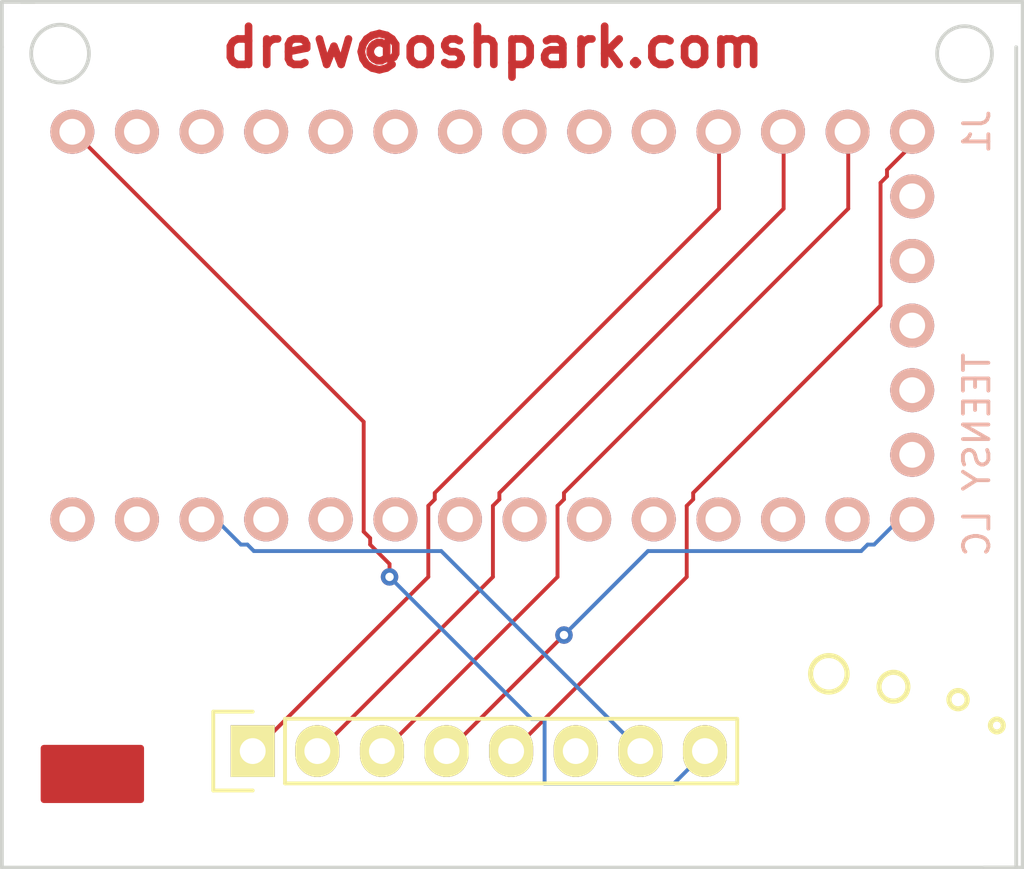
<source format=kicad_pcb>
(kicad_pcb (version 4) (host pcbnew 4.0.2-1.fc23-product)

  (general
    (links 7)
    (no_connects 0)
    (area 41.402 47.244 96.266 158.496)
    (thickness 1.6)
    (drawings 21)
    (tracks 68)
    (zones 0)
    (modules 2)
    (nets 35)
  )

  (page A4)
  (layers
    (0 F.Cu signal)
    (31 B.Cu signal)
    (32 B.Adhes user)
    (33 F.Adhes user)
    (34 B.Paste user)
    (35 F.Paste user)
    (36 B.SilkS user hide)
    (37 F.SilkS user)
    (38 B.Mask user)
    (39 F.Mask user)
    (40 Dwgs.User user)
    (41 Cmts.User user)
    (42 Eco1.User user)
    (43 Eco2.User user)
    (44 Edge.Cuts user)
    (45 Margin user)
    (46 B.CrtYd user)
    (47 F.CrtYd user)
    (48 B.Fab user)
    (49 F.Fab user)
  )

  (setup
    (last_trace_width 0.1524)
    (trace_clearance 0.1524)
    (zone_clearance 0.508)
    (zone_45_only no)
    (trace_min 0.1524)
    (segment_width 0.2)
    (edge_width 0.15)
    (via_size 0.6858)
    (via_drill 0.3302)
    (via_min_size 0.6858)
    (via_min_drill 0.3302)
    (uvia_size 0.3)
    (uvia_drill 0.1)
    (uvias_allowed no)
    (uvia_min_size 0)
    (uvia_min_drill 0)
    (pcb_text_width 0.3)
    (pcb_text_size 1.5 1.5)
    (mod_edge_width 0.15)
    (mod_text_size 1 1)
    (mod_text_width 0.15)
    (pad_size 1.524 1.524)
    (pad_drill 0.762)
    (pad_to_mask_clearance 0.2)
    (aux_axis_origin 0 0)
    (visible_elements FFFFF77F)
    (pcbplotparams
      (layerselection 0x00030_80000001)
      (usegerberextensions false)
      (excludeedgelayer true)
      (linewidth 0.100000)
      (plotframeref false)
      (viasonmask false)
      (mode 1)
      (useauxorigin false)
      (hpglpennumber 1)
      (hpglpenspeed 20)
      (hpglpendiameter 15)
      (hpglpenoverlay 2)
      (psnegative false)
      (psa4output false)
      (plotreference true)
      (plotvalue true)
      (plotinvisibletext false)
      (padsonsilk false)
      (subtractmaskfromsilk false)
      (outputformat 1)
      (mirror false)
      (drillshape 1)
      (scaleselection 1)
      (outputdirectory ""))
  )

  (net 0 "")
  (net 1 "Net-(J1-Pad0)")
  (net 2 "Net-(J1-Pad1)")
  (net 3 "Net-(J1-Pad2)")
  (net 4 "Net-(J1-Pad3)")
  (net 5 "Net-(J1-Pad4)")
  (net 6 "Net-(J1-Pad5)")
  (net 7 "Net-(J1-Pad6)")
  (net 8 "Net-(J1-Pad7)")
  (net 9 "Net-(J1-Pad8)")
  (net 10 "Net-(J1-Pad17A)")
  (net 11 "Net-(J1-Pad3V1)")
  (net 12 "Net-(J1-PadG2)")
  (net 13 "Net-(J1-PadPGM)")
  (net 14 "Net-(J1-PadDAC)")
  (net 15 "Net-(J1-Pad16)")
  (net 16 "Net-(J1-Pad18)")
  (net 17 "Net-(J1-Pad17)")
  (net 18 "Net-(J1-PadG3)")
  (net 19 "Net-(J1-Pad22)")
  (net 20 "Net-(J1-PadVIN)")
  (net 21 "Net-(J1-Pad21)")
  (net 22 "Net-(J1-Pad20)")
  (net 23 "Net-(J1-Pad19)")
  (net 24 "Net-(J1-Pad23)")
  (net 25 "Net-(J1-Pad14)")
  (net 26 "Net-(J1-Pad15)")
  (net 27 /OLED_GND)
  (net 28 /MOSI)
  (net 29 /CLK)
  (net 30 /DC)
  (net 31 /CS)
  (net 32 /OLED_VIN)
  (net 33 /RST)
  (net 34 "Net-(J2-Pad6)")

  (net_class Default "This is the default net class."
    (clearance 0.1524)
    (trace_width 0.1524)
    (via_dia 0.6858)
    (via_drill 0.3302)
    (uvia_dia 0.3)
    (uvia_drill 0.1)
    (add_net /CLK)
    (add_net /CS)
    (add_net /DC)
    (add_net /MOSI)
    (add_net /OLED_GND)
    (add_net /OLED_VIN)
    (add_net /RST)
    (add_net "Net-(J1-Pad0)")
    (add_net "Net-(J1-Pad1)")
    (add_net "Net-(J1-Pad14)")
    (add_net "Net-(J1-Pad15)")
    (add_net "Net-(J1-Pad16)")
    (add_net "Net-(J1-Pad17)")
    (add_net "Net-(J1-Pad17A)")
    (add_net "Net-(J1-Pad18)")
    (add_net "Net-(J1-Pad19)")
    (add_net "Net-(J1-Pad2)")
    (add_net "Net-(J1-Pad20)")
    (add_net "Net-(J1-Pad21)")
    (add_net "Net-(J1-Pad22)")
    (add_net "Net-(J1-Pad23)")
    (add_net "Net-(J1-Pad3)")
    (add_net "Net-(J1-Pad3V1)")
    (add_net "Net-(J1-Pad4)")
    (add_net "Net-(J1-Pad5)")
    (add_net "Net-(J1-Pad6)")
    (add_net "Net-(J1-Pad7)")
    (add_net "Net-(J1-Pad8)")
    (add_net "Net-(J1-PadDAC)")
    (add_net "Net-(J1-PadG2)")
    (add_net "Net-(J1-PadG3)")
    (add_net "Net-(J1-PadPGM)")
    (add_net "Net-(J1-PadVIN)")
    (add_net "Net-(J2-Pad6)")
  )

  (module Wickerlib:TEENSY-LC (layer B.Cu) (tedit 57379CE3) (tstamp 573AD986)
    (at 69.824601 58.953399 270)
    (path /573A858B)
    (fp_text reference J1 (at -10.16 -25.4 450) (layer B.SilkS)
      (effects (font (size 1 1) (thickness 0.15)) (justify mirror))
    )
    (fp_text value TEENSY-LC (at -2.54 -20.32 450) (layer B.Fab)
      (effects (font (size 1 1) (thickness 0.15)) (justify mirror))
    )
    (fp_text user "TEENSY LC" (at 2.54 -25.4 270) (layer B.SilkS)
      (effects (font (size 1 1) (thickness 0.15)) (justify mirror))
    )
    (fp_line (start -11.43 -24.13) (end 6.35 -24.13) (layer B.CrtYd) (width 0.1524))
    (fp_line (start -11.43 11.43) (end -11.43 -24.13) (layer B.CrtYd) (width 0.1524))
    (fp_line (start 6.35 11.43) (end -11.43 11.43) (layer B.CrtYd) (width 0.1524))
    (fp_line (start 6.35 -24.13) (end 6.35 11.43) (layer B.CrtYd) (width 0.1524))
    (pad G1 thru_hole circle (at -10.16 10.16 270) (size 1.7272 1.7272) (drill 1.016) (layers *.Cu *.Mask B.SilkS)
      (net 27 /OLED_GND))
    (pad 0 thru_hole circle (at -10.16 7.62 270) (size 1.7272 1.7272) (drill 1.016) (layers *.Cu *.Mask B.SilkS)
      (net 1 "Net-(J1-Pad0)"))
    (pad 1 thru_hole circle (at -10.16 5.08 270) (size 1.7272 1.7272) (drill 1.016) (layers *.Cu *.Mask B.SilkS)
      (net 2 "Net-(J1-Pad1)"))
    (pad 2 thru_hole circle (at -10.16 2.54 270) (size 1.7272 1.7272) (drill 1.016) (layers *.Cu *.Mask B.SilkS)
      (net 3 "Net-(J1-Pad2)"))
    (pad 3 thru_hole circle (at -10.16 0 270) (size 1.7272 1.7272) (drill 1.016) (layers *.Cu *.Mask B.SilkS)
      (net 4 "Net-(J1-Pad3)"))
    (pad 4 thru_hole circle (at -10.16 -2.54 270) (size 1.7272 1.7272) (drill 1.016) (layers *.Cu *.Mask B.SilkS)
      (net 5 "Net-(J1-Pad4)"))
    (pad 5 thru_hole circle (at -10.16 -5.08 270) (size 1.7272 1.7272) (drill 1.016) (layers *.Cu *.Mask B.SilkS)
      (net 6 "Net-(J1-Pad5)"))
    (pad 6 thru_hole circle (at -10.16 -7.62 270) (size 1.7272 1.7272) (drill 1.016) (layers *.Cu *.Mask B.SilkS)
      (net 7 "Net-(J1-Pad6)"))
    (pad 7 thru_hole circle (at -10.16 -10.16 270) (size 1.7272 1.7272) (drill 1.016) (layers *.Cu *.Mask B.SilkS)
      (net 8 "Net-(J1-Pad7)"))
    (pad 8 thru_hole circle (at -10.16 -12.7 270) (size 1.7272 1.7272) (drill 1.016) (layers *.Cu *.Mask B.SilkS)
      (net 9 "Net-(J1-Pad8)"))
    (pad 9 thru_hole circle (at -10.16 -15.24 270) (size 1.7272 1.7272) (drill 1.016) (layers *.Cu *.Mask B.SilkS)
      (net 28 /MOSI))
    (pad 10 thru_hole circle (at -10.16 -17.78 270) (size 1.7272 1.7272) (drill 1.016) (layers *.Cu *.Mask B.SilkS)
      (net 29 /CLK))
    (pad 11 thru_hole circle (at -10.16 -20.32 270) (size 1.7272 1.7272) (drill 1.016) (layers *.Cu *.Mask B.SilkS)
      (net 30 /DC))
    (pad 12 thru_hole circle (at -10.16 -22.86 270) (size 1.7272 1.7272) (drill 1.016) (layers *.Cu *.Mask B.SilkS)
      (net 31 /CS))
    (pad 17A thru_hole circle (at -7.62 -22.86 270) (size 1.7272 1.7272) (drill 1.016) (layers *.Cu *.Mask B.SilkS)
      (net 10 "Net-(J1-Pad17A)"))
    (pad 3V1 thru_hole circle (at -5.08 -22.86 270) (size 1.7272 1.7272) (drill 1.016) (layers *.Cu *.Mask B.SilkS)
      (net 11 "Net-(J1-Pad3V1)"))
    (pad G2 thru_hole circle (at -2.54 -22.86 270) (size 1.7272 1.7272) (drill 1.016) (layers *.Cu *.Mask B.SilkS)
      (net 12 "Net-(J1-PadG2)"))
    (pad PGM thru_hole circle (at 0 -22.86 270) (size 1.7272 1.7272) (drill 1.016) (layers *.Cu *.Mask B.SilkS)
      (net 13 "Net-(J1-PadPGM)"))
    (pad DAC thru_hole circle (at 2.54 -22.86 270) (size 1.7272 1.7272) (drill 1.016) (layers *.Cu *.Mask B.SilkS)
      (net 14 "Net-(J1-PadDAC)"))
    (pad 13 thru_hole circle (at 5.08 -22.86 270) (size 1.7272 1.7272) (drill 1.016) (layers *.Cu *.Mask B.SilkS)
      (net 33 /RST))
    (pad 16 thru_hole circle (at 5.08 -15.24 270) (size 1.7272 1.7272) (drill 1.016) (layers *.Cu *.Mask B.SilkS)
      (net 15 "Net-(J1-Pad16)"))
    (pad 3V2 thru_hole circle (at 5.08 5.08 270) (size 1.7272 1.7272) (drill 1.016) (layers *.Cu *.Mask B.SilkS)
      (net 32 /OLED_VIN))
    (pad 18 thru_hole circle (at 5.08 -10.16 270) (size 1.7272 1.7272) (drill 1.016) (layers *.Cu *.Mask B.SilkS)
      (net 16 "Net-(J1-Pad18)"))
    (pad 17 thru_hole circle (at 5.08 -12.7 270) (size 1.7272 1.7272) (drill 1.016) (layers *.Cu *.Mask B.SilkS)
      (net 17 "Net-(J1-Pad17)"))
    (pad G3 thru_hole circle (at 5.08 7.62 270) (size 1.7272 1.7272) (drill 1.016) (layers *.Cu *.Mask B.SilkS)
      (net 18 "Net-(J1-PadG3)"))
    (pad 22 thru_hole circle (at 5.08 0 270) (size 1.7272 1.7272) (drill 1.016) (layers *.Cu *.Mask B.SilkS)
      (net 19 "Net-(J1-Pad22)"))
    (pad VIN thru_hole circle (at 5.08 10.16 270) (size 1.7272 1.7272) (drill 1.016) (layers *.Cu *.Mask B.SilkS)
      (net 20 "Net-(J1-PadVIN)"))
    (pad 21 thru_hole circle (at 5.08 -2.54 270) (size 1.7272 1.7272) (drill 1.016) (layers *.Cu *.Mask B.SilkS)
      (net 21 "Net-(J1-Pad21)"))
    (pad 20 thru_hole circle (at 5.08 -5.08 270) (size 1.7272 1.7272) (drill 1.016) (layers *.Cu *.Mask B.SilkS)
      (net 22 "Net-(J1-Pad20)"))
    (pad 19 thru_hole circle (at 5.08 -7.62 270) (size 1.7272 1.7272) (drill 1.016) (layers *.Cu *.Mask B.SilkS)
      (net 23 "Net-(J1-Pad19)"))
    (pad 23 thru_hole circle (at 5.08 2.54 270) (size 1.7272 1.7272) (drill 1.016) (layers *.Cu *.Mask B.SilkS)
      (net 24 "Net-(J1-Pad23)"))
    (pad 14 thru_hole circle (at 5.08 -20.32 270) (size 1.7272 1.7272) (drill 1.016) (layers *.Cu *.Mask B.SilkS)
      (net 25 "Net-(J1-Pad14)"))
    (pad 15 thru_hole circle (at 5.08 -17.78 270) (size 1.7272 1.7272) (drill 1.016) (layers *.Cu *.Mask B.SilkS)
      (net 26 "Net-(J1-Pad15)"))
  )

  (module Wickerlib:Pin_Header_Straight_1x08 (layer F.Cu) (tedit 573ADC64) (tstamp 573AD992)
    (at 66.7564 73.141981 90)
    (descr "Through hole pin header")
    (tags "pin header")
    (path /573AD5FE)
    (fp_text reference "" (at 0 -5.1 90) (layer F.SilkS)
      (effects (font (size 1 1) (thickness 0.15)))
    )
    (fp_text value OLED_128x64 (at -2.804019 3.0936 180) (layer F.Fab)
      (effects (font (size 1 1) (thickness 0.15)))
    )
    (fp_line (start -1.75 -1.75) (end -1.75 19.55) (layer F.CrtYd) (width 0.05))
    (fp_line (start 1.75 -1.75) (end 1.75 19.55) (layer F.CrtYd) (width 0.05))
    (fp_line (start -1.75 -1.75) (end 1.75 -1.75) (layer F.CrtYd) (width 0.05))
    (fp_line (start -1.75 19.55) (end 1.75 19.55) (layer F.CrtYd) (width 0.05))
    (fp_line (start 1.27 1.27) (end 1.27 19.05) (layer F.SilkS) (width 0.15))
    (fp_line (start 1.27 19.05) (end -1.27 19.05) (layer F.SilkS) (width 0.15))
    (fp_line (start -1.27 19.05) (end -1.27 1.27) (layer F.SilkS) (width 0.15))
    (fp_line (start 1.55 -1.55) (end 1.55 0) (layer F.SilkS) (width 0.15))
    (fp_line (start 1.27 1.27) (end -1.27 1.27) (layer F.SilkS) (width 0.15))
    (fp_line (start -1.55 0) (end -1.55 -1.55) (layer F.SilkS) (width 0.15))
    (fp_line (start -1.55 -1.55) (end 1.55 -1.55) (layer F.SilkS) (width 0.15))
    (pad 1 thru_hole rect (at 0 0 90) (size 2.032 1.7272) (drill 1.016) (layers *.Cu *.Mask F.SilkS)
      (net 28 /MOSI))
    (pad 2 thru_hole oval (at 0 2.54 90) (size 2.032 1.7272) (drill 1.016) (layers *.Cu *.Mask F.SilkS)
      (net 29 /CLK))
    (pad 3 thru_hole oval (at 0 5.08 90) (size 2.032 1.7272) (drill 1.016) (layers *.Cu *.Mask F.SilkS)
      (net 30 /DC))
    (pad 4 thru_hole oval (at 0 7.62 90) (size 2.032 1.7272) (drill 1.016) (layers *.Cu *.Mask F.SilkS)
      (net 33 /RST))
    (pad 5 thru_hole oval (at 0 10.16 90) (size 2.032 1.7272) (drill 1.016) (layers *.Cu *.Mask F.SilkS)
      (net 31 /CS))
    (pad 6 thru_hole oval (at 0 12.7 90) (size 2.032 1.7272) (drill 1.016) (layers *.Cu *.Mask F.SilkS)
      (net 34 "Net-(J2-Pad6)"))
    (pad 7 thru_hole oval (at 0 15.24 90) (size 2.032 1.7272) (drill 1.016) (layers *.Cu *.Mask F.SilkS)
      (net 32 /OLED_VIN))
    (pad 8 thru_hole oval (at 0 17.78 90) (size 2.032 1.7272) (drill 1.016) (layers *.Cu *.Mask F.SilkS)
      (net 27 /OLED_GND))
    (model Pin_Headers.3dshapes/Pin_Header_Straight_1x08.wrl
      (at (xyz 0 -0.35 0))
      (scale (xyz 1 1 1))
      (rotate (xyz 0 0 90))
    )
  )

  (gr_circle (center 96.012 72.136) (end 95.758 72.136) (layer F.SilkS) (width 0.2))
  (gr_circle (center 94.488 71.12) (end 94.234 70.866) (layer F.SilkS) (width 0.2))
  (gr_circle (center 89.408 70.104) (end 89.916 70.612) (layer F.SilkS) (width 0.2))
  (gr_circle (center 91.948 70.612) (end 91.694 70.104) (layer F.SilkS) (width 0.2))
  (gr_circle (center 60.452 72.898) (end 59.182 72.136) (layer B.Mask) (width 0.2))
  (gr_circle (center 60.452 72.898) (end 58.928 73.406) (layer F.Mask) (width 0.2))
  (gr_circle (center 59.182 45.72) (end 58.166 45.212) (layer Edge.Cuts) (width 0.15))
  (gr_circle (center 94.742 45.72) (end 93.98 44.958) (layer Edge.Cuts) (width 0.15))
  (gr_line (start 97.028 77.724) (end 95.504 77.724) (angle 90) (layer Edge.Cuts) (width 0.15))
  (gr_line (start 97.028 43.688) (end 97.028 77.724) (angle 90) (layer Edge.Cuts) (width 0.15))
  (gr_line (start 56.896 43.688) (end 58.166 43.688) (angle 90) (layer Edge.Cuts) (width 0.15))
  (gr_line (start 56.896 45.466) (end 56.896 43.688) (angle 90) (layer Edge.Cuts) (width 0.15))
  (gr_line (start 56.896 77.724) (end 56.896 45.466) (angle 90) (layer Edge.Cuts) (width 0.15))
  (gr_line (start 96.774 77.724) (end 56.896 77.724) (angle 90) (layer Edge.Cuts) (width 0.15))
  (gr_line (start 96.774 45.466) (end 96.774 77.724) (angle 90) (layer Edge.Cuts) (width 0.15))
  (gr_line (start 57.658 43.688) (end 97.028 43.688) (angle 90) (layer Edge.Cuts) (width 0.15))
  (gr_text "OSH\nPark" (at 91.948 74.422) (layer F.Mask)
    (effects (font (size 1.5 1.5) (thickness 0.3)))
  )
  (gr_text drew@oshpark.com (at 76.2 45.466) (layer F.Cu)
    (effects (font (size 1.5 1.5) (thickness 0.3)))
  )
  (gr_text drew@oshpark.com (at 76.2 45.466) (layer B.Mask)
    (effects (font (size 1.5 1.5) (thickness 0.3)) (justify mirror))
  )
  (gr_text drew@oshpark.com (at 76.2 45.466) (layer F.Mask)
    (effects (font (size 1.5 1.5) (thickness 0.3)))
  )
  (gr_text drew@oshpark.com (at 60.706 96.774 180) (layer B.SilkS)
    (effects (font (size 1.5 1.5) (thickness 0.3)) (justify mirror))
  )

  (segment (start 59.664601 48.793399) (end 59.944 49.022) (width 0.1524) (layer F.Cu) (net 27) (status 80000))
  (segment (start 59.944 49.022) (end 71.12 60.198) (width 0.1524) (layer F.Cu) (net 27) (status 80000))
  (segment (start 71.12 60.198) (end 71.12 64.516) (width 0.1524) (layer F.Cu) (net 27) (status 80000))
  (segment (start 71.12 64.516) (end 71.374 64.77) (width 0.1524) (layer F.Cu) (net 27) (status 80000))
  (segment (start 71.374 64.77) (end 71.374 65.024) (width 0.1524) (layer F.Cu) (net 27) (status 80000))
  (segment (start 71.374 65.024) (end 72.136 65.786) (width 0.1524) (layer F.Cu) (net 27) (status 80000))
  (segment (start 72.136 65.786) (end 72.136 66.294) (width 0.1524) (layer F.Cu) (net 27) (status 80000))
  (via (at 72.136 66.294) (size 0.6858) (layers F.Cu B.Cu) (net 27) (status 80000))
  (segment (start 72.136 66.294) (end 77.724 71.882) (width 0.1524) (layer B.Cu) (net 27) (status 80000))
  (segment (start 77.724 71.882) (end 78.232 71.882) (width 0.1524) (layer B.Cu) (net 27) (status 80000))
  (segment (start 78.232 71.882) (end 78.232 74.422) (width 0.1524) (layer B.Cu) (net 27) (status 80000))
  (segment (start 78.232 74.422) (end 83.312 74.422) (width 0.1524) (layer B.Cu) (net 27) (status 80000))
  (segment (start 83.312 74.422) (end 84.582 73.152) (width 0.1524) (layer B.Cu) (net 27) (status 80000))
  (segment (start 84.582 73.152) (end 84.5364 73.141981) (width 0.1524) (layer B.Cu) (net 27) (tstamp 573ADBA6) (status 80000))
  (segment (start 66.7564 73.141981) (end 66.802 73.152) (width 0.1524) (layer F.Cu) (net 28) (status 80000))
  (segment (start 66.802 73.152) (end 73.66 66.294) (width 0.1524) (layer F.Cu) (net 28) (status 80000))
  (segment (start 73.66 66.294) (end 73.66 63.5) (width 0.1524) (layer F.Cu) (net 28) (status 80000))
  (segment (start 73.66 63.5) (end 73.914 63.246) (width 0.1524) (layer F.Cu) (net 28) (status 80000))
  (segment (start 73.914 63.246) (end 73.914 62.992) (width 0.1524) (layer F.Cu) (net 28) (status 80000))
  (segment (start 73.914 62.992) (end 85.09 51.816) (width 0.1524) (layer F.Cu) (net 28) (status 80000))
  (segment (start 85.09 51.816) (end 85.09 48.768) (width 0.1524) (layer F.Cu) (net 28) (status 80000))
  (segment (start 85.09 48.768) (end 85.064601 48.793399) (width 0.1524) (layer F.Cu) (net 28) (tstamp 573ADBA3) (status 80000))
  (segment (start 69.2964 73.141981) (end 69.342 73.152) (width 0.1524) (layer F.Cu) (net 29) (status 80000))
  (segment (start 69.342 73.152) (end 76.2 66.294) (width 0.1524) (layer F.Cu) (net 29) (status 80000))
  (segment (start 76.2 66.294) (end 76.2 63.5) (width 0.1524) (layer F.Cu) (net 29) (status 80000))
  (segment (start 76.2 63.5) (end 76.454 63.246) (width 0.1524) (layer F.Cu) (net 29) (status 80000))
  (segment (start 76.454 63.246) (end 76.454 62.992) (width 0.1524) (layer F.Cu) (net 29) (status 80000))
  (segment (start 76.454 62.992) (end 87.63 51.816) (width 0.1524) (layer F.Cu) (net 29) (status 80000))
  (segment (start 87.63 51.816) (end 87.63 48.768) (width 0.1524) (layer F.Cu) (net 29) (status 80000))
  (segment (start 87.63 48.768) (end 87.604601 48.793399) (width 0.1524) (layer F.Cu) (net 29) (tstamp 573ADBA4) (status 80000))
  (segment (start 71.8364 73.141981) (end 71.882 73.152) (width 0.1524) (layer F.Cu) (net 30) (status 80000))
  (segment (start 71.882 73.152) (end 78.74 66.294) (width 0.1524) (layer F.Cu) (net 30) (status 80000))
  (segment (start 78.74 66.294) (end 78.74 63.5) (width 0.1524) (layer F.Cu) (net 30) (status 80000))
  (segment (start 78.74 63.5) (end 78.994 63.246) (width 0.1524) (layer F.Cu) (net 30) (status 80000))
  (segment (start 78.994 63.246) (end 78.994 62.992) (width 0.1524) (layer F.Cu) (net 30) (status 80000))
  (segment (start 78.994 62.992) (end 90.17 51.816) (width 0.1524) (layer F.Cu) (net 30) (status 80000))
  (segment (start 90.17 51.816) (end 90.17 48.768) (width 0.1524) (layer F.Cu) (net 30) (status 80000))
  (segment (start 90.17 48.768) (end 90.144601 48.793399) (width 0.1524) (layer F.Cu) (net 30) (tstamp 573ADBA5) (status 80000))
  (segment (start 76.9164 73.141981) (end 76.962 73.152) (width 0.1524) (layer F.Cu) (net 31) (status 80000))
  (segment (start 76.962 73.152) (end 83.82 66.294) (width 0.1524) (layer F.Cu) (net 31) (status 80000))
  (segment (start 83.82 66.294) (end 83.82 63.5) (width 0.1524) (layer F.Cu) (net 31) (status 80000))
  (segment (start 83.82 63.5) (end 84.074 63.246) (width 0.1524) (layer F.Cu) (net 31) (status 80000))
  (segment (start 84.074 63.246) (end 84.074 62.992) (width 0.1524) (layer F.Cu) (net 31) (status 80000))
  (segment (start 84.074 62.992) (end 91.44 55.626) (width 0.1524) (layer F.Cu) (net 31) (status 80000))
  (segment (start 91.44 55.626) (end 91.44 50.8) (width 0.1524) (layer F.Cu) (net 31) (status 80000))
  (segment (start 91.44 50.8) (end 91.694 50.546) (width 0.1524) (layer F.Cu) (net 31) (status 80000))
  (segment (start 91.694 50.546) (end 91.694 50.292) (width 0.1524) (layer F.Cu) (net 31) (status 80000))
  (segment (start 91.694 50.292) (end 92.71 49.276) (width 0.1524) (layer F.Cu) (net 31) (status 80000))
  (segment (start 92.71 49.276) (end 92.71 48.768) (width 0.1524) (layer F.Cu) (net 31) (status 80000))
  (segment (start 92.71 48.768) (end 92.684601 48.793399) (width 0.1524) (layer F.Cu) (net 31) (tstamp 573ADBA2) (status 80000))
  (segment (start 81.9964 73.141981) (end 82.042 73.152) (width 0.1524) (layer B.Cu) (net 32) (status 80000))
  (segment (start 82.042 73.152) (end 74.168 65.278) (width 0.1524) (layer B.Cu) (net 32) (status 80000))
  (segment (start 74.168 65.278) (end 66.802 65.278) (width 0.1524) (layer B.Cu) (net 32) (status 80000))
  (segment (start 66.802 65.278) (end 66.548 65.024) (width 0.1524) (layer B.Cu) (net 32) (status 80000))
  (segment (start 66.548 65.024) (end 66.294 65.024) (width 0.1524) (layer B.Cu) (net 32) (status 80000))
  (segment (start 66.294 65.024) (end 65.278 64.008) (width 0.1524) (layer B.Cu) (net 32) (status 80000))
  (segment (start 65.278 64.008) (end 64.77 64.008) (width 0.1524) (layer B.Cu) (net 32) (status 80000))
  (segment (start 64.77 64.008) (end 64.744601 64.033399) (width 0.1524) (layer B.Cu) (net 32) (tstamp 573ADBA0) (status 80000))
  (segment (start 74.3764 73.141981) (end 74.422 73.152) (width 0.1524) (layer F.Cu) (net 33) (status 80000))
  (segment (start 74.422 73.152) (end 78.994 68.58) (width 0.1524) (layer F.Cu) (net 33) (status 80000))
  (via (at 78.994 68.58) (size 0.6858) (layers F.Cu B.Cu) (net 33) (status 80000))
  (segment (start 78.994 68.58) (end 82.296 65.278) (width 0.1524) (layer B.Cu) (net 33) (status 80000))
  (segment (start 82.296 65.278) (end 90.678 65.278) (width 0.1524) (layer B.Cu) (net 33) (status 80000))
  (segment (start 90.678 65.278) (end 90.932 65.024) (width 0.1524) (layer B.Cu) (net 33) (status 80000))
  (segment (start 90.932 65.024) (end 91.186 65.024) (width 0.1524) (layer B.Cu) (net 33) (status 80000))
  (segment (start 91.186 65.024) (end 92.202 64.008) (width 0.1524) (layer B.Cu) (net 33) (status 80000))
  (segment (start 92.202 64.008) (end 92.71 64.008) (width 0.1524) (layer B.Cu) (net 33) (status 80000))
  (segment (start 92.71 64.008) (end 92.684601 64.033399) (width 0.1524) (layer B.Cu) (net 33) (tstamp 573ADBA1) (status 80000))

  (zone (net 0) (net_name "") (layer F.Cu) (tstamp 573ADCB0) (hatch edge 0.508)
    (connect_pads (clearance 0.508))
    (min_thickness 0.254)
    (fill yes (arc_segments 16) (thermal_gap 0.508) (thermal_bridge_width 0.508))
    (polygon
      (pts
        (xy 58.42 72.898) (xy 62.484 72.898) (xy 62.484 75.184) (xy 58.42 75.184)
      )
    )
    (filled_polygon
      (pts
        (xy 62.357 75.057) (xy 58.547 75.057) (xy 58.547 73.025) (xy 62.357 73.025)
      )
    )
  )
)

</source>
